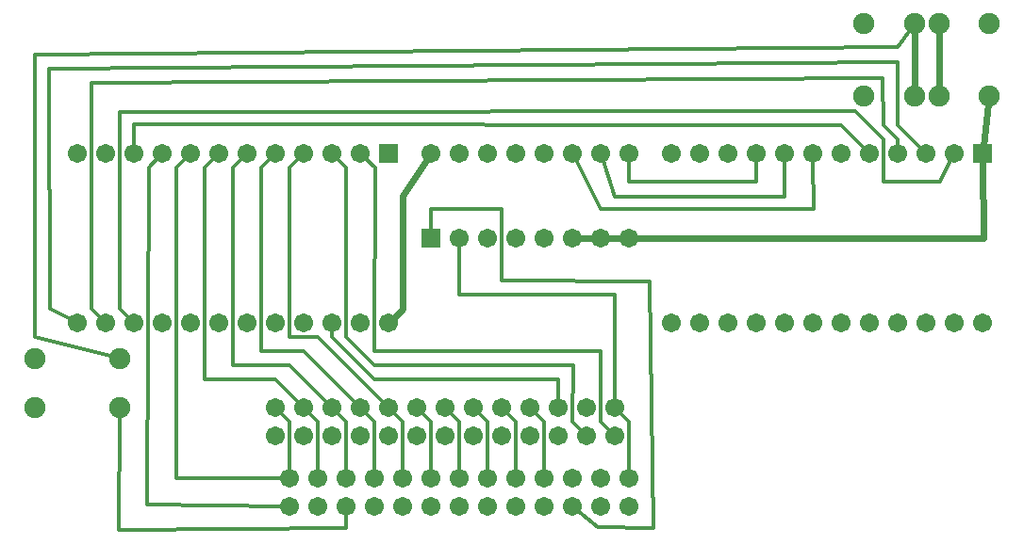
<source format=gtl>
G04 MADE WITH FRITZING*
G04 WWW.FRITZING.ORG*
G04 DOUBLE SIDED*
G04 HOLES PLATED*
G04 CONTOUR ON CENTER OF CONTOUR VECTOR*
%ASAXBY*%
%FSLAX23Y23*%
%MOIN*%
%OFA0B0*%
%SFA1.0B1.0*%
%ADD10C,0.067559*%
%ADD11C,0.075000*%
%ADD12R,0.067559X0.067559*%
%ADD13C,0.012000*%
%ADD14C,0.024000*%
%LNCOPPER1*%
G90*
G70*
G54D10*
X3419Y1367D03*
X3419Y767D03*
X3319Y1367D03*
X3319Y767D03*
X3219Y1367D03*
X3219Y767D03*
X3119Y1367D03*
X3119Y767D03*
X3019Y1367D03*
X3019Y767D03*
X2919Y1367D03*
X2919Y767D03*
X2819Y1367D03*
X2819Y767D03*
X2719Y1367D03*
X2719Y767D03*
X2619Y1367D03*
X2619Y767D03*
X2519Y1367D03*
X2519Y767D03*
X2419Y1367D03*
X2419Y767D03*
X2319Y1367D03*
X2319Y767D03*
X969Y117D03*
X1069Y117D03*
X1169Y117D03*
X1269Y117D03*
X1369Y117D03*
X1469Y117D03*
X1569Y117D03*
X1669Y117D03*
X1769Y117D03*
X1869Y117D03*
X1969Y117D03*
X2069Y117D03*
X2169Y117D03*
X969Y117D03*
X1069Y117D03*
X1169Y117D03*
X1269Y117D03*
X1369Y117D03*
X1469Y117D03*
X1569Y117D03*
X1669Y117D03*
X1769Y117D03*
X1869Y117D03*
X1969Y117D03*
X2069Y117D03*
X2169Y117D03*
X2169Y217D03*
X2069Y217D03*
X1969Y217D03*
X1869Y217D03*
X1769Y217D03*
X1669Y217D03*
X1569Y217D03*
X1469Y217D03*
X1369Y217D03*
X1269Y217D03*
X1169Y217D03*
X1069Y217D03*
X969Y217D03*
X919Y367D03*
X1019Y367D03*
X1119Y367D03*
X1219Y367D03*
X1319Y367D03*
X1419Y367D03*
X1519Y367D03*
X1619Y367D03*
X1719Y367D03*
X1819Y367D03*
X1919Y367D03*
X2019Y367D03*
X2119Y367D03*
X919Y367D03*
X1019Y367D03*
X1119Y367D03*
X1219Y367D03*
X1319Y367D03*
X1419Y367D03*
X1519Y367D03*
X1619Y367D03*
X1719Y367D03*
X1819Y367D03*
X1919Y367D03*
X2019Y367D03*
X2119Y367D03*
X2119Y467D03*
X2019Y467D03*
X1919Y467D03*
X1819Y467D03*
X1719Y467D03*
X1619Y467D03*
X1519Y467D03*
X1419Y467D03*
X1319Y467D03*
X1219Y467D03*
X1119Y467D03*
X1019Y467D03*
X919Y467D03*
X1319Y1367D03*
X1319Y767D03*
X1219Y1367D03*
X1219Y767D03*
X1119Y1367D03*
X1119Y767D03*
X1019Y1367D03*
X1019Y767D03*
X919Y1367D03*
X919Y767D03*
X819Y1367D03*
X819Y767D03*
X719Y1367D03*
X719Y767D03*
X619Y1367D03*
X619Y767D03*
X519Y1367D03*
X519Y767D03*
X419Y1367D03*
X419Y767D03*
X319Y1367D03*
X319Y767D03*
X219Y1367D03*
X219Y767D03*
X1469Y1067D03*
X1469Y1367D03*
X1569Y1067D03*
X1569Y1367D03*
X1669Y1067D03*
X1669Y1367D03*
X1769Y1067D03*
X1769Y1367D03*
X1869Y1067D03*
X1869Y1367D03*
X1969Y1067D03*
X1969Y1367D03*
X2069Y1067D03*
X2069Y1367D03*
X2169Y1067D03*
X2169Y1367D03*
G54D11*
X3177Y1827D03*
X3177Y1571D03*
X3000Y1827D03*
X3000Y1571D03*
X3442Y1827D03*
X3442Y1571D03*
X3265Y1827D03*
X3265Y1571D03*
X369Y467D03*
X69Y467D03*
X369Y641D03*
X69Y641D03*
G54D12*
X3419Y1367D03*
X1319Y1367D03*
X1469Y1067D03*
G54D13*
X1669Y417D02*
X1633Y453D01*
D02*
X1570Y417D02*
X1533Y454D01*
D02*
X1468Y417D02*
X1433Y453D01*
D02*
X1369Y417D02*
X1333Y453D01*
D02*
X1269Y417D02*
X1233Y453D01*
D02*
X1170Y417D02*
X1133Y454D01*
D02*
X1068Y417D02*
X1033Y453D01*
D02*
X969Y417D02*
X933Y453D01*
D02*
X1669Y237D02*
X1669Y417D01*
D02*
X1569Y237D02*
X1570Y417D01*
D02*
X1469Y237D02*
X1468Y417D01*
D02*
X1369Y237D02*
X1369Y417D01*
D02*
X1269Y237D02*
X1269Y417D01*
D02*
X1169Y237D02*
X1170Y417D01*
D02*
X1069Y237D02*
X1068Y417D01*
D02*
X969Y237D02*
X969Y417D01*
D02*
X2169Y417D02*
X2133Y453D01*
D02*
X1868Y417D02*
X1833Y453D01*
D02*
X1769Y417D02*
X1733Y453D01*
D02*
X2169Y237D02*
X2169Y417D01*
D02*
X1869Y237D02*
X1868Y417D01*
D02*
X1769Y237D02*
X1769Y417D01*
D02*
X569Y218D02*
X950Y217D01*
D02*
X465Y124D02*
X950Y118D01*
G54D14*
D02*
X3439Y1543D02*
X3422Y1392D01*
D02*
X3177Y1799D02*
X3177Y1600D01*
G54D13*
D02*
X471Y1317D02*
X506Y1353D01*
D02*
X465Y124D02*
X471Y1317D01*
D02*
X121Y816D02*
X119Y1666D01*
D02*
X3120Y1690D02*
X3120Y1467D01*
D02*
X119Y1666D02*
X3120Y1690D01*
D02*
X3120Y1467D02*
X3206Y1381D01*
D02*
X202Y776D02*
X121Y816D01*
G54D14*
D02*
X2044Y1067D02*
X1994Y1067D01*
D02*
X2144Y1067D02*
X2094Y1067D01*
G54D13*
D02*
X2243Y914D02*
X1720Y918D01*
D02*
X2058Y43D02*
X2254Y39D01*
D02*
X1984Y105D02*
X2058Y43D01*
D02*
X2254Y39D02*
X2243Y914D01*
D02*
X1720Y918D02*
X1718Y1169D01*
D02*
X1570Y866D02*
X1569Y1048D01*
D02*
X2117Y866D02*
X1570Y866D01*
G54D14*
D02*
X3421Y1067D02*
X2194Y1067D01*
D02*
X3419Y1342D02*
X3421Y1067D01*
G54D13*
D02*
X2119Y487D02*
X2117Y866D01*
G54D14*
D02*
X1368Y1216D02*
X1455Y1347D01*
D02*
X1368Y816D02*
X1368Y1216D01*
D02*
X1337Y785D02*
X1368Y816D01*
G54D13*
D02*
X1468Y1169D02*
X1469Y1087D01*
D02*
X1718Y1169D02*
X1468Y1169D01*
D02*
X1019Y667D02*
X869Y667D01*
D02*
X1220Y467D02*
X1019Y667D01*
D02*
X869Y667D02*
X868Y1316D01*
D02*
X967Y1317D02*
X1005Y1354D01*
D02*
X868Y1316D02*
X905Y1354D01*
D02*
X1068Y717D02*
X969Y717D01*
D02*
X969Y717D02*
X967Y1317D01*
D02*
X1305Y481D02*
X1068Y717D01*
D02*
X1238Y462D02*
X1220Y467D01*
G54D14*
D02*
X3265Y1799D02*
X3265Y1600D01*
G54D13*
D02*
X2170Y1266D02*
X2169Y1348D01*
D02*
X2618Y1266D02*
X2170Y1266D01*
D02*
X2619Y1348D02*
X2618Y1266D01*
D02*
X68Y717D02*
X347Y647D01*
D02*
X69Y1718D02*
X68Y717D01*
D02*
X3118Y1744D02*
X69Y1718D01*
D02*
X3164Y1808D02*
X3118Y1744D01*
D02*
X569Y1317D02*
X605Y1354D01*
D02*
X569Y218D02*
X569Y1317D01*
D02*
X2069Y1169D02*
X1978Y1350D01*
D02*
X2821Y1169D02*
X2068Y1169D01*
D02*
X2819Y1348D02*
X2821Y1169D01*
D02*
X2119Y1215D02*
X2075Y1349D01*
D02*
X2719Y1215D02*
X2119Y1215D01*
D02*
X2719Y1348D02*
X2719Y1215D01*
D02*
X1120Y717D02*
X1119Y748D01*
D02*
X668Y1317D02*
X705Y1354D01*
D02*
X668Y568D02*
X668Y1317D01*
D02*
X770Y618D02*
X770Y1317D01*
D02*
X770Y1317D02*
X806Y1353D01*
D02*
X969Y618D02*
X770Y618D01*
D02*
X1269Y568D02*
X1120Y717D01*
D02*
X1920Y567D02*
X1269Y568D01*
D02*
X1919Y487D02*
X1920Y567D01*
D02*
X1105Y481D02*
X969Y618D01*
D02*
X919Y568D02*
X668Y568D01*
D02*
X1005Y481D02*
X919Y568D01*
D02*
X1170Y1317D02*
X1133Y1354D01*
D02*
X1170Y717D02*
X1170Y1317D01*
D02*
X1269Y618D02*
X1170Y717D01*
D02*
X1971Y618D02*
X1269Y618D01*
D02*
X1970Y417D02*
X1971Y618D01*
D02*
X2005Y381D02*
X1970Y417D01*
D02*
X1271Y1317D02*
X1233Y1354D01*
D02*
X1269Y666D02*
X1271Y1317D01*
D02*
X2069Y666D02*
X1269Y666D01*
D02*
X2069Y417D02*
X2069Y666D01*
D02*
X2105Y381D02*
X2069Y417D01*
D02*
X2919Y1467D02*
X3005Y1381D01*
D02*
X420Y1469D02*
X2919Y1467D01*
D02*
X419Y1387D02*
X420Y1469D01*
D02*
X268Y816D02*
X268Y1617D01*
D02*
X3120Y1418D02*
X3120Y1387D01*
D02*
X3066Y1635D02*
X3068Y1467D01*
D02*
X3068Y1467D02*
X3120Y1418D01*
D02*
X268Y1617D02*
X3066Y1635D01*
D02*
X305Y781D02*
X268Y816D01*
D02*
X370Y816D02*
X405Y781D01*
D02*
X370Y1515D02*
X370Y816D01*
D02*
X2969Y1517D02*
X370Y1515D01*
D02*
X3068Y1418D02*
X2969Y1517D01*
D02*
X3268Y1267D02*
X3070Y1267D01*
D02*
X3069Y1267D02*
X3068Y1418D01*
D02*
X3070Y1267D02*
X3069Y1267D01*
D02*
X3310Y1350D02*
X3268Y1267D01*
D02*
X1169Y39D02*
X1169Y98D01*
D02*
X365Y32D02*
X1169Y39D01*
D02*
X369Y444D02*
X365Y32D01*
G04 End of Copper1*
M02*
</source>
